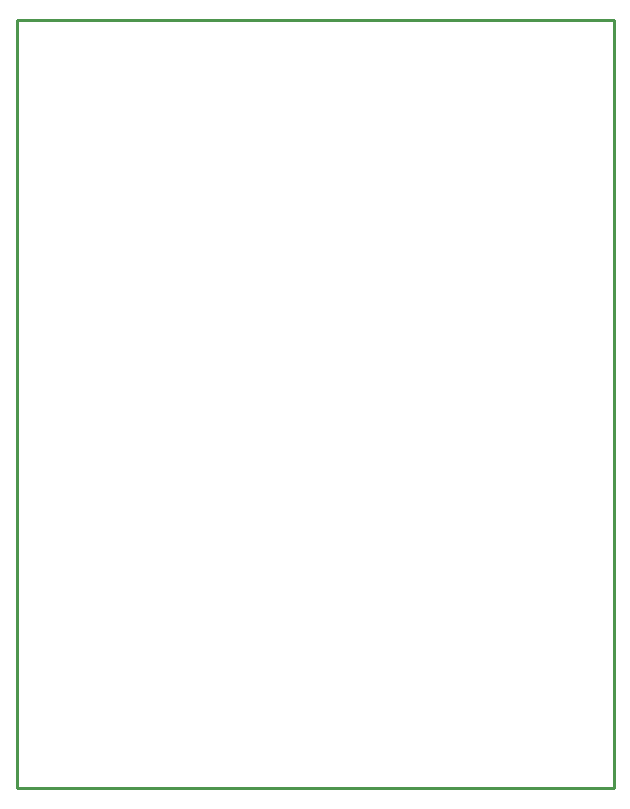
<source format=gm1>
%FSTAX23Y23*%
%MOIN*%
%SFA1B1*%

%IPPOS*%
%ADD11C,0.010000*%
%LNbuttonpanel-1*%
%LPD*%
G54D11*
X0Y0D02*
Y0256D01*
Y0D02*
X0199D01*
Y0256*
X0D02*
X0199D01*
X0Y0D02*
Y0256D01*
Y0D02*
X0199D01*
Y0256*
X0D02*
X0199D01*
M02*
</source>
